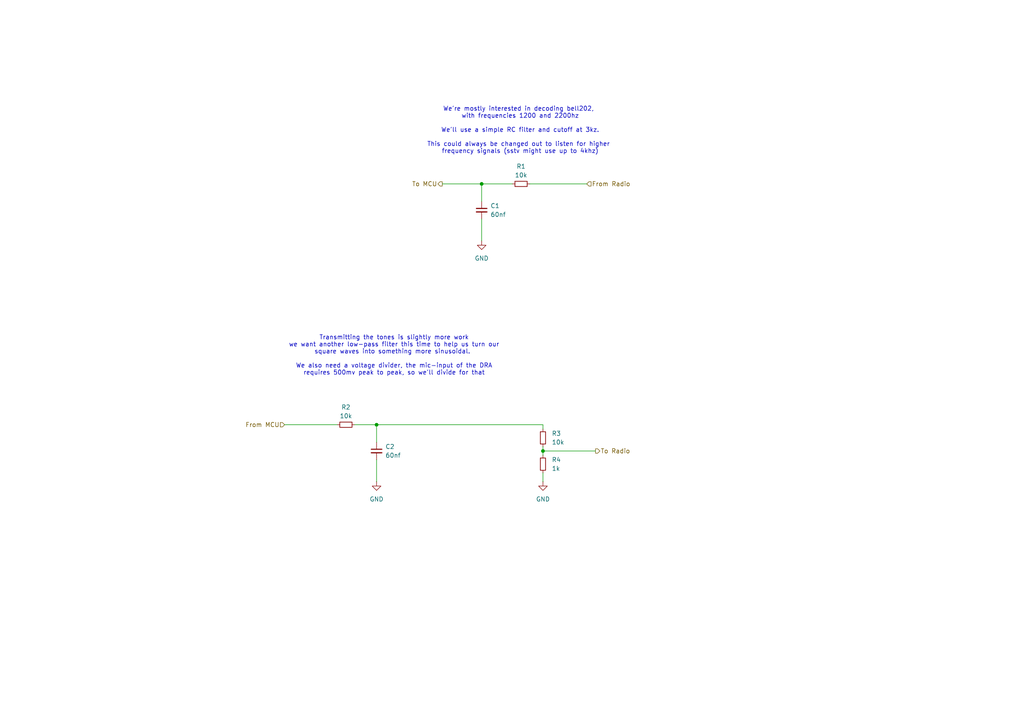
<source format=kicad_sch>
(kicad_sch (version 20231120) (generator "eeschema") (generator_version "8.0")
  (paper "A4")
  (lib_symbols
    (symbol "Device:C_Small" (pin_numbers hide) (pin_names (offset 0.254) hide)
      (property "Reference" "C" (at 0.254 1.778 0))
      (property "Value" "C_Small" (at 0.254 -2.032 0))
      (symbol "C_Small_0_1"
        (polyline (pts (xy -1.524 -0.508) (xy 1.524 -0.508)) (stroke (width 0.3302)))
        (polyline (pts (xy -1.524 0.508) (xy 1.524 0.508)) (stroke (width 0.3048)))
      )
      (symbol "C_Small_1_1"
        (pin passive line (at 0 2.54 270) (length 2.032) (name "~") (number "1"))
        (pin passive line (at 0 -2.54 90) (length 2.032) (name "~") (number "2"))
      )
    )
    (symbol "Device:R_Small" (pin_numbers hide) (pin_names (offset 0.254) hide)
      (property "Reference" "R" (at 0.762 0.508 0))
      (property "Value" "R_Small" (at 0.762 -1.016 0))
      (symbol "R_Small_0_1"
        (rectangle (start -0.762 1.778) (end 0.762 -1.778) (stroke (width 0.2032)))
      )
      (symbol "R_Small_1_1"
        (pin passive line (at 0 2.54 270) (length 0.762) (name "~") (number "1"))
        (pin passive line (at 0 -2.54 90) (length 0.762) (name "~") (number "2"))
      )
    )
    (symbol "power:GND" (power) (pin_numbers hide) (pin_names (offset 0) hide)
      (property "Value" "GND" (at 0 -3.81 0))
      (symbol "GND_0_1"
        (polyline (pts (xy 0 0) (xy 0 -1.27) (xy 1.27 -1.27) (xy 0 -2.54) (xy -1.27 -1.27) (xy 0 -1.27)))
      )
      (symbol "GND_1_1"
        (pin power_in line (at 0 0 270) (length 0) (name "~") (number "1"))
      )
    )
  )
  (junction (at 139.7 53.34))
  (junction (at 157.48 130.81))
  (junction (at 109.22 123.19))
  (wire (pts (xy 157.48 123.19) (xy 157.48 124.46)))
  (wire (pts (xy 139.7 53.34) (xy 128.27 53.34)))
  (wire (pts (xy 109.22 123.19) (xy 157.48 123.19)))
  (wire (pts (xy 139.7 58.42) (xy 139.7 53.34)))
  (wire (pts (xy 82.55 123.19) (xy 97.79 123.19)))
  (wire (pts (xy 139.7 53.34) (xy 148.59 53.34)))
  (wire (pts (xy 157.48 129.54) (xy 157.48 130.81)))
  (wire (pts (xy 157.48 130.81) (xy 172.72 130.81)))
  (wire (pts (xy 109.22 133.35) (xy 109.22 139.7)))
  (wire (pts (xy 109.22 128.27) (xy 109.22 123.19)))
  (wire (pts (xy 157.48 137.16) (xy 157.48 139.7)))
  (wire (pts (xy 139.7 63.5) (xy 139.7 69.85)))
  (wire (pts (xy 157.48 130.81) (xy 157.48 132.08)))
  (wire (pts (xy 153.67 53.34) (xy 170.18 53.34)))
  (wire (pts (xy 109.22 123.19) (xy 102.87 123.19)))
  (text "Transmitting the tones is slightly more work\nwe want another low-pass filter this time to help us turn our\nsquare waves into something more sinusoidal. \n\nWe also need a voltage divider, the mic-input of the DRA\nrequires 500mv peak to peak, so we'll divide for that" (at 114.3 108.966 0) (effects (font (size 1.27 1.27)) (justify bottom)))
  (text "We're mostly interested in decoding bell202, \nwith frequencies 1200 and 2200hz\n\nWe'll use a simple RC filter and cutoff at 3kz.\n\nThis could always be changed out to listen for higher \nfrequency signals (sstv might use up to 4khz)" (at 150.876 44.704 0) (effects (font (size 1.27 1.27)) (justify bottom)))
  (hierarchical_label "To MCU" (shape output) (at 128.27 53.34 180))
  (hierarchical_label "To Radio" (shape output) (at 172.72 130.81 0))
  (hierarchical_label "From MCU" (shape input) (at 82.55 123.19 180))
  (hierarchical_label "From Radio" (shape input) (at 170.18 53.34 0))
  (symbol (lib_id "Device:R_Small") (at 157.48 127 180) (unit 1)
    (property "Reference" "R3" (at 160.02 125.7299 0) (effects (justify right)))
    (property "Value" "10k" (at 160.02 128.2699 0) (effects (justify right)))
    (property "Footprint" "Resistor_THT:R_Axial_DIN0207_L6.3mm_D2.5mm_P10.16mm_Horizontal" (effects (hide yes)))
    (property "Description" "Resistor, small symbol" (effects (hide yes)))
  )
  (symbol (lib_id "power:GND") (at 139.7 69.85 0) (unit 1)
    (property "Reference" "#PWR01" (effects (hide yes)))
    (property "Value" "GND" (at 139.7 74.93 0))
    (property "Description" "Power symbol creates a global label with name \"GND\" , ground" (effects (hide yes)))
  )
  (symbol (lib_id "power:GND") (at 109.22 139.7 0) (unit 1)
    (property "Reference" "#PWR02" (effects (hide yes)))
    (property "Value" "GND" (at 109.22 144.78 0))
    (property "Description" "Power symbol creates a global label with name \"GND\" , ground" (effects (hide yes)))
  )
  (symbol (lib_id "Device:R_Small") (at 100.33 123.19 90) (unit 1)
    (property "Reference" "R2" (at 100.33 118.11 90))
    (property "Value" "10k" (at 100.33 120.65 90))
    (property "Footprint" "Resistor_THT:R_Axial_DIN0207_L6.3mm_D2.5mm_P10.16mm_Horizontal" (effects (hide yes)))
    (property "Description" "Resistor, small symbol" (effects (hide yes)))
  )
  (symbol (lib_id "Device:C_Small") (at 139.7 60.96 0) (unit 1)
    (property "Reference" "C1" (at 142.24 59.6962 0) (effects (justify left)))
    (property "Value" "60nf" (at 142.24 62.2362 0) (effects (justify left)))
    (property "Footprint" "Capacitor_THT:CP_Radial_D4.0mm_P2.00mm" (effects (hide yes)))
    (property "Description" "Unpolarized capacitor, small symbol" (effects (hide yes)))
  )
  (symbol (lib_id "Device:R_Small") (at 157.48 134.62 180) (unit 1)
    (property "Reference" "R4" (at 160.02 133.3499 0) (effects (justify right)))
    (property "Value" "1k" (at 160.02 135.8899 0) (effects (justify right)))
    (property "Footprint" "Resistor_THT:R_Axial_DIN0207_L6.3mm_D2.5mm_P10.16mm_Horizontal" (effects (hide yes)))
    (property "Description" "Resistor, small symbol" (effects (hide yes)))
  )
  (symbol (lib_id "Device:C_Small") (at 109.22 130.81 0) (unit 1)
    (property "Reference" "C2" (at 111.76 129.5462 0) (effects (justify left)))
    (property "Value" "60nf" (at 111.76 132.0862 0) (effects (justify left)))
    (property "Footprint" "Capacitor_THT:CP_Radial_D4.0mm_P2.00mm" (effects (hide yes)))
    (property "Description" "Unpolarized capacitor, small symbol" (effects (hide yes)))
  )
  (symbol (lib_id "Device:R_Small") (at 151.13 53.34 90) (unit 1)
    (property "Reference" "R1" (at 151.13 48.26 90))
    (property "Value" "10k" (at 151.13 50.8 90))
    (property "Footprint" "Resistor_THT:R_Axial_DIN0207_L6.3mm_D2.5mm_P10.16mm_Horizontal" (effects (hide yes)))
    (property "Description" "Resistor, small symbol" (effects (hide yes)))
  )
  (symbol (lib_id "power:GND") (at 157.48 139.7 0) (unit 1)
    (property "Reference" "#PWR03" (effects (hide yes)))
    (property "Value" "GND" (at 157.48 144.78 0))
    (property "Description" "Power symbol creates a global label with name \"GND\" , ground" (effects (hide yes)))
  )
)
</source>
